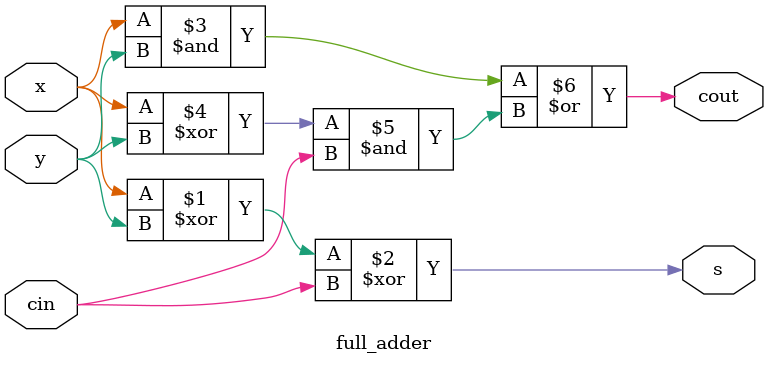
<source format=v>
module full_adder ( input       x,
                                y,
                                cin,
                    output      s,
                                cout
                   );
  
  assign    s = x ^ y ^ cin;
  assign    cout = x&y | ( x ^ y ) & cin;

endmodule

</source>
